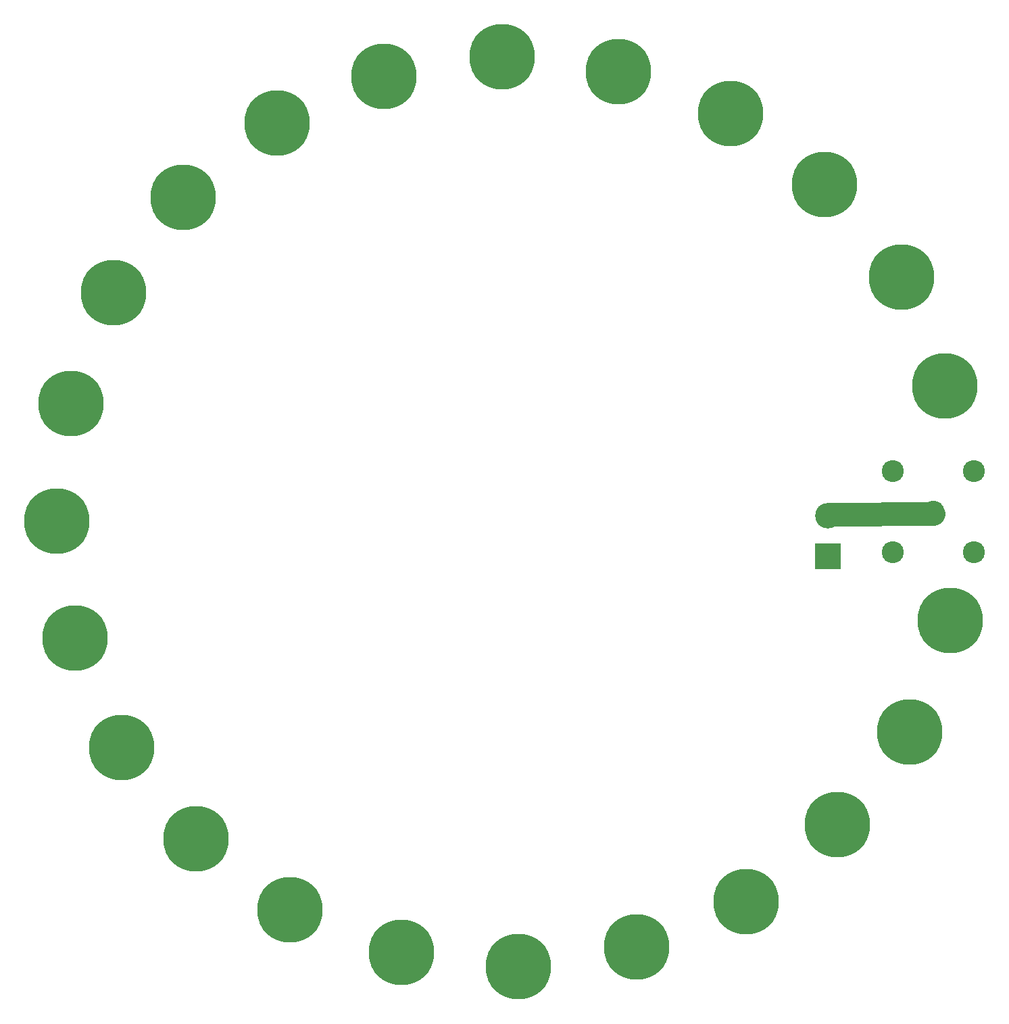
<source format=gts>
G04*
G04 #@! TF.GenerationSoftware,Altium Limited,Altium Designer,21.0.9 (235)*
G04*
G04 Layer_Color=8388736*
%FSLAX44Y44*%
%MOMM*%
G71*
G04*
G04 #@! TF.SameCoordinates,EB6AEE9D-F0A7-4C1E-96F7-12A61246D342*
G04*
G04*
G04 #@! TF.FilePolarity,Negative*
G04*
G01*
G75*
%ADD10C,3.0000*%
%ADD11C,8.2032*%
%ADD12C,3.2032*%
%ADD13R,3.2032X3.2032*%
%ADD14C,2.7532*%
D10*
X399000Y-3000D02*
X529750Y-2400D01*
D11*
X410158Y-392070D02*
D03*
X158489Y-545138D02*
D03*
X-135911Y-551661D02*
D03*
X-393533Y-409797D02*
D03*
X-545421Y-157728D02*
D03*
X-550637Y135574D02*
D03*
X-409797Y393533D02*
D03*
X-158129Y545708D02*
D03*
X135911Y551661D02*
D03*
X393533Y409798D02*
D03*
X544199Y157287D02*
D03*
X551661Y-135911D02*
D03*
X276340Y498634D02*
D03*
X490594Y294361D02*
D03*
X500594Y-275639D02*
D03*
X295620Y-487933D02*
D03*
X10000Y-570000D02*
D03*
X-276340Y-498634D02*
D03*
X-486675Y-295161D02*
D03*
X-568040Y-11501D02*
D03*
X-496675Y274839D02*
D03*
X-291700Y487134D02*
D03*
X-10000Y570000D02*
D03*
D12*
X398250Y-4600D02*
D03*
D13*
Y-55400D02*
D03*
D14*
X581000Y-51000D02*
D03*
Y51000D02*
D03*
X479000D02*
D03*
Y-51000D02*
D03*
X530000Y0D02*
D03*
M02*

</source>
